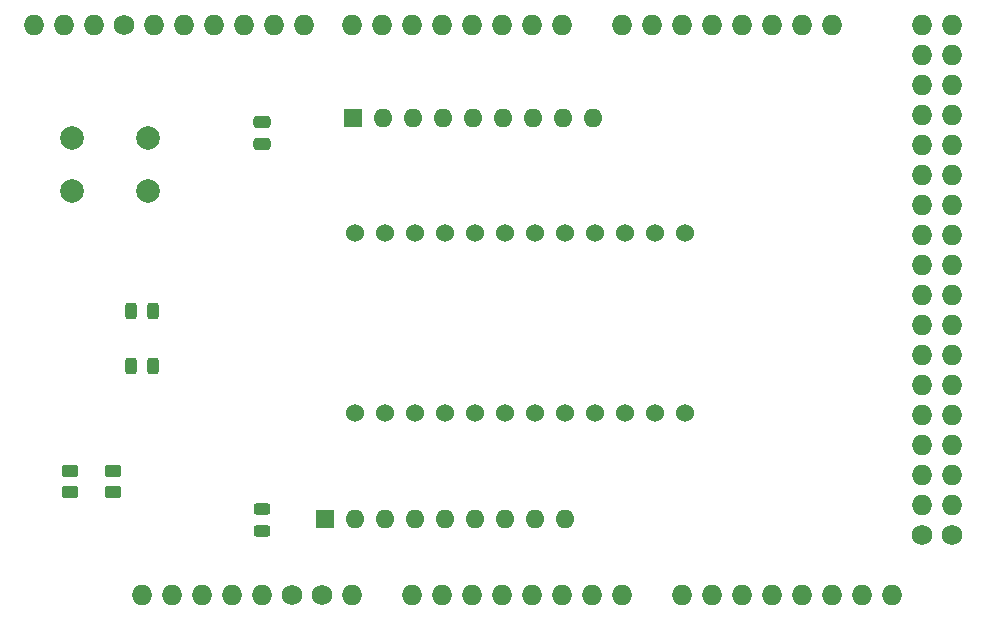
<source format=gbr>
G04 #@! TF.GenerationSoftware,KiCad,Pcbnew,7.0.8-7.0.8~ubuntu23.04.1*
G04 #@! TF.CreationDate,2023-10-29T22:49:27+00:00*
G04 #@! TF.ProjectId,2332 ROM Tester,32333332-2052-44f4-9d20-546573746572,1.0*
G04 #@! TF.SameCoordinates,Original*
G04 #@! TF.FileFunction,Soldermask,Top*
G04 #@! TF.FilePolarity,Negative*
%FSLAX46Y46*%
G04 Gerber Fmt 4.6, Leading zero omitted, Abs format (unit mm)*
G04 Created by KiCad (PCBNEW 7.0.8-7.0.8~ubuntu23.04.1) date 2023-10-29 22:49:27*
%MOMM*%
%LPD*%
G01*
G04 APERTURE LIST*
G04 Aperture macros list*
%AMRoundRect*
0 Rectangle with rounded corners*
0 $1 Rounding radius*
0 $2 $3 $4 $5 $6 $7 $8 $9 X,Y pos of 4 corners*
0 Add a 4 corners polygon primitive as box body*
4,1,4,$2,$3,$4,$5,$6,$7,$8,$9,$2,$3,0*
0 Add four circle primitives for the rounded corners*
1,1,$1+$1,$2,$3*
1,1,$1+$1,$4,$5*
1,1,$1+$1,$6,$7*
1,1,$1+$1,$8,$9*
0 Add four rect primitives between the rounded corners*
20,1,$1+$1,$2,$3,$4,$5,0*
20,1,$1+$1,$4,$5,$6,$7,0*
20,1,$1+$1,$6,$7,$8,$9,0*
20,1,$1+$1,$8,$9,$2,$3,0*%
G04 Aperture macros list end*
%ADD10RoundRect,0.243750X0.243750X0.456250X-0.243750X0.456250X-0.243750X-0.456250X0.243750X-0.456250X0*%
%ADD11O,1.727200X1.727200*%
%ADD12C,1.727200*%
%ADD13C,1.530000*%
%ADD14C,2.000000*%
%ADD15RoundRect,0.243750X-0.456250X0.243750X-0.456250X-0.243750X0.456250X-0.243750X0.456250X0.243750X0*%
%ADD16RoundRect,0.250000X-0.450000X0.262500X-0.450000X-0.262500X0.450000X-0.262500X0.450000X0.262500X0*%
%ADD17R,1.600000X1.600000*%
%ADD18O,1.600000X1.600000*%
%ADD19RoundRect,0.250000X0.475000X-0.250000X0.475000X0.250000X-0.475000X0.250000X-0.475000X-0.250000X0*%
G04 APERTURE END LIST*
D10*
G04 #@! TO.C,D2*
X90918700Y-76980000D03*
X89043700Y-76980000D03*
G04 #@! TD*
D11*
G04 #@! TO.C,A1*
X107700000Y-96330000D03*
X83316000Y-48070000D03*
X80776000Y-48070000D03*
X95000000Y-96330000D03*
X92460000Y-96330000D03*
D12*
X158500000Y-91250000D03*
X155960000Y-91250000D03*
X105160000Y-96330000D03*
X102620000Y-96330000D03*
X88396000Y-48070000D03*
D11*
X158500000Y-88710000D03*
X155960000Y-88710000D03*
X158500000Y-86170000D03*
X155960000Y-86170000D03*
X158500000Y-83630000D03*
X155960000Y-83630000D03*
X158500000Y-81090000D03*
X155960000Y-81090000D03*
X158500000Y-78550000D03*
X155960000Y-78550000D03*
X158500000Y-76010000D03*
X155960000Y-76010000D03*
X158500000Y-73470000D03*
X155960000Y-73470000D03*
X158500000Y-70930000D03*
X155960000Y-70930000D03*
X158500000Y-68390000D03*
X155960000Y-68390000D03*
X158500000Y-65850000D03*
X155960000Y-65850000D03*
X158500000Y-63310000D03*
X155960000Y-63310000D03*
X158500000Y-60770000D03*
X155960000Y-60770000D03*
X158500000Y-58230000D03*
X155960000Y-58230000D03*
X158500000Y-55690000D03*
X155960000Y-55690000D03*
X158500000Y-53150000D03*
X155960000Y-53150000D03*
X158500000Y-50610000D03*
X155960000Y-50610000D03*
X148340000Y-48070000D03*
X145800000Y-48070000D03*
X143260000Y-48070000D03*
X140720000Y-48070000D03*
X138180000Y-48070000D03*
X135640000Y-48070000D03*
X133100000Y-48070000D03*
X130560000Y-48070000D03*
X90936000Y-48070000D03*
X93476000Y-48070000D03*
X96016000Y-48070000D03*
X98556000Y-48070000D03*
X101096000Y-48070000D03*
X103636000Y-48070000D03*
X107700000Y-48070000D03*
X110240000Y-48070000D03*
X112780000Y-48070000D03*
X115320000Y-48070000D03*
X117860000Y-48070000D03*
X120400000Y-48070000D03*
X122940000Y-48070000D03*
X125480000Y-48070000D03*
X85856000Y-48070000D03*
X153420000Y-96330000D03*
X150880000Y-96330000D03*
X148340000Y-96330000D03*
X145800000Y-96330000D03*
X143260000Y-96330000D03*
X140720000Y-96330000D03*
X138180000Y-96330000D03*
X135640000Y-96330000D03*
X130560000Y-96330000D03*
X128020000Y-96330000D03*
X125480000Y-96330000D03*
X122940000Y-96330000D03*
X120400000Y-96330000D03*
X117860000Y-96330000D03*
X115320000Y-96330000D03*
X112780000Y-96330000D03*
X158500000Y-48070000D03*
X155960000Y-48070000D03*
X100080000Y-96330000D03*
X97540000Y-96330000D03*
X89920000Y-96330000D03*
G04 #@! TD*
D13*
G04 #@! TO.C,U1*
X107980000Y-80890000D03*
X110520000Y-80890000D03*
X113060000Y-80890000D03*
X115600000Y-80890000D03*
X118140000Y-80890000D03*
X120680000Y-80890000D03*
X123220000Y-80890000D03*
X125760000Y-80890000D03*
X128300000Y-80890000D03*
X130840000Y-80890000D03*
X133380000Y-80890000D03*
X135920000Y-80890000D03*
X135920000Y-65650000D03*
X133380000Y-65650000D03*
X130840000Y-65650000D03*
X128300000Y-65650000D03*
X125760000Y-65650000D03*
X123220000Y-65650000D03*
X120680000Y-65650000D03*
X118140000Y-65650000D03*
X115600000Y-65650000D03*
X113060000Y-65650000D03*
X110520000Y-65650000D03*
X107980000Y-65650000D03*
G04 #@! TD*
D14*
G04 #@! TO.C,SW1*
X90496800Y-62138800D03*
X83996800Y-62138800D03*
X90496800Y-57638800D03*
X83996800Y-57638800D03*
G04 #@! TD*
D10*
G04 #@! TO.C,D1*
X90868700Y-72280000D03*
X88993700Y-72280000D03*
G04 #@! TD*
D15*
G04 #@! TO.C,F1*
X100076000Y-89006900D03*
X100076000Y-90881900D03*
G04 #@! TD*
D16*
G04 #@! TO.C,R2*
X83820000Y-85803100D03*
X83820000Y-87628100D03*
G04 #@! TD*
G04 #@! TO.C,R1*
X87528400Y-85803100D03*
X87528400Y-87628100D03*
G04 #@! TD*
D17*
G04 #@! TO.C,RN2*
X107810000Y-55900000D03*
D18*
X110350000Y-55900000D03*
X112890000Y-55900000D03*
X115430000Y-55900000D03*
X117970000Y-55900000D03*
X120510000Y-55900000D03*
X123050000Y-55900000D03*
X125590000Y-55900000D03*
X128130000Y-55900000D03*
G04 #@! TD*
D17*
G04 #@! TO.C,RN1*
X105470000Y-89900000D03*
D18*
X108010000Y-89900000D03*
X110550000Y-89900000D03*
X113090000Y-89900000D03*
X115630000Y-89900000D03*
X118170000Y-89900000D03*
X120710000Y-89900000D03*
X123250000Y-89900000D03*
X125790000Y-89900000D03*
G04 #@! TD*
D19*
G04 #@! TO.C,C1*
X100076000Y-58150800D03*
X100076000Y-56250800D03*
G04 #@! TD*
M02*

</source>
